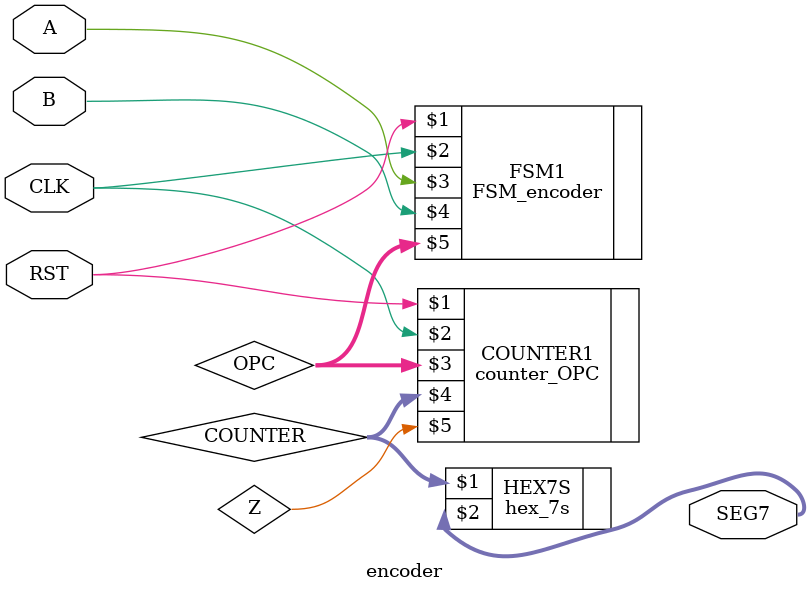
<source format=v>
module encoder(RST,CLK,A,B,SEG7);
	input CLK,RST;
	input A,B;
	output[6:0] SEG7;
	wire [1:0] OPC;
	wire A, B;
	wire [3:0] COUNTER;
    FSM_encoder FSM1(RST,CLK,A,B,OPC); // Maquina de Estados
	counter_OPC COUNTER1(RST, CLK, OPC, COUNTER,  Z); //Contador con OPC
	hex_7s HEX7S(COUNTER,SEG7); //Hexadecimal a Siete Segmentos
endmodule

</source>
